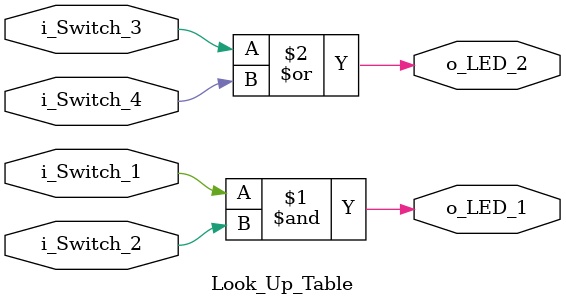
<source format=v>
module Look_Up_Table
    (input i_Switch_1,
    input i_Switch_2,
    input i_Switch_3,
    input i_Switch_4,
    output o_LED_1,
    output o_LED_2);

    assign o_LED_1 = i_Switch_1 & i_Switch_2;
    assign o_LED_2 = i_Switch_3 | i_Switch_4;

endmodule //Look_Up_Table
</source>
